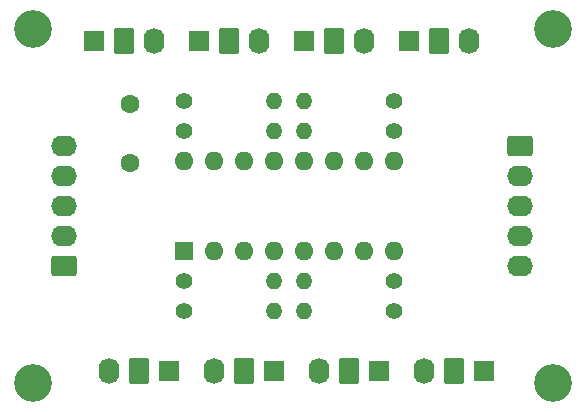
<source format=gts>
G04 #@! TF.GenerationSoftware,KiCad,Pcbnew,7.0.1*
G04 #@! TF.CreationDate,2023-07-05T13:56:38-05:00*
G04 #@! TF.ProjectId,shift in breakout board,73686966-7420-4696-9e20-627265616b6f,rev?*
G04 #@! TF.SameCoordinates,Original*
G04 #@! TF.FileFunction,Soldermask,Top*
G04 #@! TF.FilePolarity,Negative*
%FSLAX46Y46*%
G04 Gerber Fmt 4.6, Leading zero omitted, Abs format (unit mm)*
G04 Created by KiCad (PCBNEW 7.0.1) date 2023-07-05 13:56:38*
%MOMM*%
%LPD*%
G01*
G04 APERTURE LIST*
G04 Aperture macros list*
%AMRoundRect*
0 Rectangle with rounded corners*
0 $1 Rounding radius*
0 $2 $3 $4 $5 $6 $7 $8 $9 X,Y pos of 4 corners*
0 Add a 4 corners polygon primitive as box body*
4,1,4,$2,$3,$4,$5,$6,$7,$8,$9,$2,$3,0*
0 Add four circle primitives for the rounded corners*
1,1,$1+$1,$2,$3*
1,1,$1+$1,$4,$5*
1,1,$1+$1,$6,$7*
1,1,$1+$1,$8,$9*
0 Add four rect primitives between the rounded corners*
20,1,$1+$1,$2,$3,$4,$5,0*
20,1,$1+$1,$4,$5,$6,$7,0*
20,1,$1+$1,$6,$7,$8,$9,0*
20,1,$1+$1,$8,$9,$2,$3,0*%
G04 Aperture macros list end*
%ADD10R,1.700000X1.700000*%
%ADD11RoundRect,0.250000X0.620000X0.845000X-0.620000X0.845000X-0.620000X-0.845000X0.620000X-0.845000X0*%
%ADD12O,1.740000X2.190000*%
%ADD13C,1.400000*%
%ADD14O,1.400000X1.400000*%
%ADD15RoundRect,0.250000X-0.620000X-0.845000X0.620000X-0.845000X0.620000X0.845000X-0.620000X0.845000X0*%
%ADD16C,3.200000*%
%ADD17RoundRect,0.250000X-0.845000X0.620000X-0.845000X-0.620000X0.845000X-0.620000X0.845000X0.620000X0*%
%ADD18O,2.190000X1.740000*%
%ADD19RoundRect,0.250000X0.845000X-0.620000X0.845000X0.620000X-0.845000X0.620000X-0.845000X-0.620000X0*%
%ADD20C,1.600000*%
%ADD21R,1.600000X1.600000*%
%ADD22O,1.600000X1.600000*%
G04 APERTURE END LIST*
D10*
X195580000Y-86360000D03*
D11*
X166370000Y-86360000D03*
D12*
X163830000Y-86360000D03*
D13*
X170180000Y-63500000D03*
D14*
X177800000Y-63500000D03*
D13*
X170180000Y-78740000D03*
D14*
X177800000Y-78740000D03*
D15*
X182880000Y-58420000D03*
D12*
X185420000Y-58420000D03*
D13*
X170180000Y-81280000D03*
D14*
X177800000Y-81280000D03*
D11*
X193040000Y-86360000D03*
D12*
X190500000Y-86360000D03*
D16*
X157422000Y-57376000D03*
D10*
X168910000Y-86360000D03*
D15*
X165100000Y-58420000D03*
D12*
X167640000Y-58420000D03*
D11*
X175260000Y-86360000D03*
D12*
X172720000Y-86360000D03*
D13*
X187960000Y-81280000D03*
D14*
X180340000Y-81280000D03*
D10*
X171450000Y-58420000D03*
D11*
X184150000Y-86360000D03*
D12*
X181610000Y-86360000D03*
D10*
X177800000Y-86360000D03*
D13*
X170180000Y-66040000D03*
D14*
X177800000Y-66040000D03*
D10*
X186690000Y-86360000D03*
D13*
X187960000Y-63500000D03*
D14*
X180340000Y-63500000D03*
D17*
X198628000Y-67310000D03*
D18*
X198628000Y-69850000D03*
X198628000Y-72390000D03*
X198628000Y-74930000D03*
X198628000Y-77470000D03*
D10*
X189230000Y-58420000D03*
X162560000Y-58420000D03*
D15*
X173990000Y-58420000D03*
D12*
X176530000Y-58420000D03*
D16*
X201422000Y-87376000D03*
D13*
X187960000Y-78740000D03*
D14*
X180340000Y-78740000D03*
D19*
X160020000Y-77470000D03*
D18*
X160020000Y-74930000D03*
X160020000Y-72390000D03*
X160020000Y-69850000D03*
X160020000Y-67310000D03*
D13*
X187960000Y-66040000D03*
D14*
X180340000Y-66040000D03*
D16*
X201422000Y-57376000D03*
D20*
X165608000Y-68754000D03*
X165608000Y-63754000D03*
D10*
X180340000Y-58420000D03*
D15*
X191770000Y-58420000D03*
D12*
X194310000Y-58420000D03*
D21*
X170180000Y-76200000D03*
D22*
X172720000Y-76200000D03*
X175260000Y-76200000D03*
X177800000Y-76200000D03*
X180340000Y-76200000D03*
X182880000Y-76200000D03*
X185420000Y-76200000D03*
X187960000Y-76200000D03*
X187960000Y-68580000D03*
X185420000Y-68580000D03*
X182880000Y-68580000D03*
X180340000Y-68580000D03*
X177800000Y-68580000D03*
X175260000Y-68580000D03*
X172720000Y-68580000D03*
X170180000Y-68580000D03*
D16*
X157422000Y-87376000D03*
M02*

</source>
